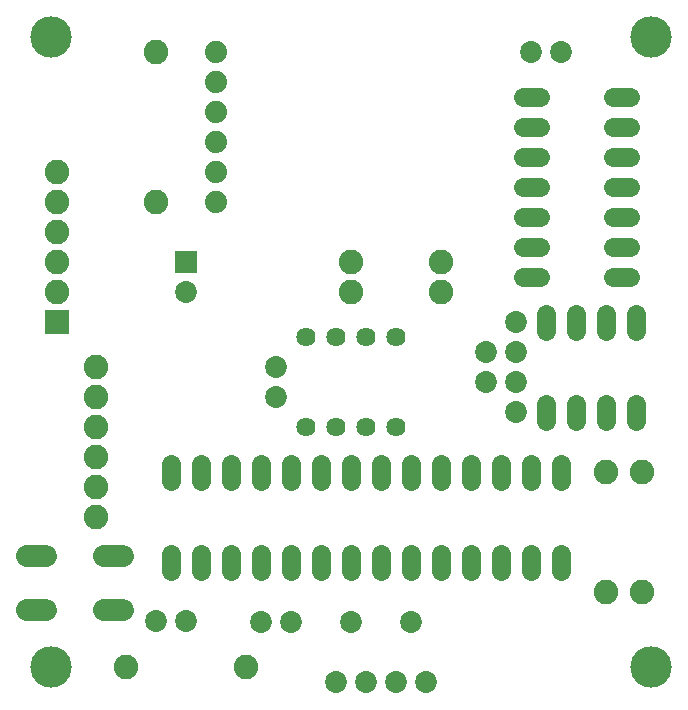
<source format=gbs>
G75*
G70*
%OFA0B0*%
%FSLAX24Y24*%
%IPPOS*%
%LPD*%
%AMOC8*
5,1,8,0,0,1.08239X$1,22.5*
%
%ADD10C,0.0640*%
%ADD11C,0.0730*%
%ADD12C,0.0720*%
%ADD13C,0.0820*%
%ADD14R,0.0820X0.0820*%
%ADD15C,0.0740*%
%ADD16C,0.1380*%
%ADD17C,0.0640*%
%ADD18R,0.0730X0.0730*%
D10*
X006155Y005375D02*
X006155Y005935D01*
X007155Y005935D02*
X007155Y005375D01*
X008155Y005375D02*
X008155Y005935D01*
X009155Y005935D02*
X009155Y005375D01*
X010155Y005375D02*
X010155Y005935D01*
X011155Y005935D02*
X011155Y005375D01*
X012155Y005375D02*
X012155Y005935D01*
X013155Y005935D02*
X013155Y005375D01*
X014155Y005375D02*
X014155Y005935D01*
X015155Y005935D02*
X015155Y005375D01*
X016155Y005375D02*
X016155Y005935D01*
X017155Y005935D02*
X017155Y005375D01*
X018155Y005375D02*
X018155Y005935D01*
X019155Y005935D02*
X019155Y005375D01*
X019155Y008375D02*
X019155Y008935D01*
X018155Y008935D02*
X018155Y008375D01*
X017155Y008375D02*
X017155Y008935D01*
X016155Y008935D02*
X016155Y008375D01*
X015155Y008375D02*
X015155Y008935D01*
X014155Y008935D02*
X014155Y008375D01*
X013155Y008375D02*
X013155Y008935D01*
X012155Y008935D02*
X012155Y008375D01*
X011155Y008375D02*
X011155Y008935D01*
X010155Y008935D02*
X010155Y008375D01*
X009155Y008375D02*
X009155Y008935D01*
X008155Y008935D02*
X008155Y008375D01*
X007155Y008375D02*
X007155Y008935D01*
X006155Y008935D02*
X006155Y008375D01*
X017875Y015155D02*
X018435Y015155D01*
X018435Y016155D02*
X017875Y016155D01*
X017875Y017155D02*
X018435Y017155D01*
X018435Y018155D02*
X017875Y018155D01*
X017875Y019155D02*
X018435Y019155D01*
X018435Y020155D02*
X017875Y020155D01*
X017875Y021155D02*
X018435Y021155D01*
X020875Y021155D02*
X021435Y021155D01*
X021435Y020155D02*
X020875Y020155D01*
X020875Y019155D02*
X021435Y019155D01*
X021435Y018155D02*
X020875Y018155D01*
X020875Y017155D02*
X021435Y017155D01*
X021435Y016155D02*
X020875Y016155D01*
X020875Y015155D02*
X021435Y015155D01*
X021655Y013935D02*
X021655Y013375D01*
X020655Y013375D02*
X020655Y013935D01*
X019655Y013935D02*
X019655Y013375D01*
X018655Y013375D02*
X018655Y013935D01*
X018655Y010935D02*
X018655Y010375D01*
X019655Y010375D02*
X019655Y010935D01*
X020655Y010935D02*
X020655Y010375D01*
X021655Y010375D02*
X021655Y010935D01*
D11*
X017655Y010655D03*
X017655Y011655D03*
X016655Y011655D03*
X016655Y012655D03*
X017655Y012655D03*
X017655Y013655D03*
X009655Y012155D03*
X009655Y011155D03*
X006655Y014655D03*
X006655Y003705D03*
X005655Y003705D03*
X009155Y003655D03*
X010155Y003655D03*
X011655Y001655D03*
X012655Y001655D03*
X013655Y001655D03*
X014655Y001655D03*
X014155Y003655D03*
X012155Y003655D03*
X018155Y022655D03*
X019155Y022655D03*
D12*
X004555Y005845D02*
X003915Y005845D01*
X003915Y004065D02*
X004555Y004065D01*
X001995Y004065D02*
X001355Y004065D01*
X001355Y005845D02*
X001995Y005845D01*
D13*
X003655Y007155D03*
X003655Y008155D03*
X003655Y009155D03*
X003655Y010155D03*
X003655Y011155D03*
X003655Y012155D03*
X002355Y014655D03*
X002355Y015655D03*
X002355Y016655D03*
X002355Y017655D03*
X002355Y018655D03*
X005655Y017655D03*
X005655Y022655D03*
X012155Y015655D03*
X012155Y014655D03*
X015155Y014655D03*
X015155Y015655D03*
X020655Y008655D03*
X021855Y008655D03*
X021855Y004655D03*
X020655Y004655D03*
X008655Y002155D03*
X004655Y002155D03*
D14*
X002355Y013655D03*
D15*
X007655Y017655D03*
X007655Y018655D03*
X007655Y019655D03*
X007655Y020655D03*
X007655Y021655D03*
X007655Y022655D03*
D16*
X002155Y002155D03*
X002155Y023155D03*
X022155Y023155D03*
X022155Y002155D03*
D17*
X013655Y010155D03*
X012655Y010155D03*
X011655Y010155D03*
X010655Y010155D03*
X010655Y013155D03*
X011655Y013155D03*
X012655Y013155D03*
X013655Y013155D03*
D18*
X006655Y015655D03*
M02*

</source>
